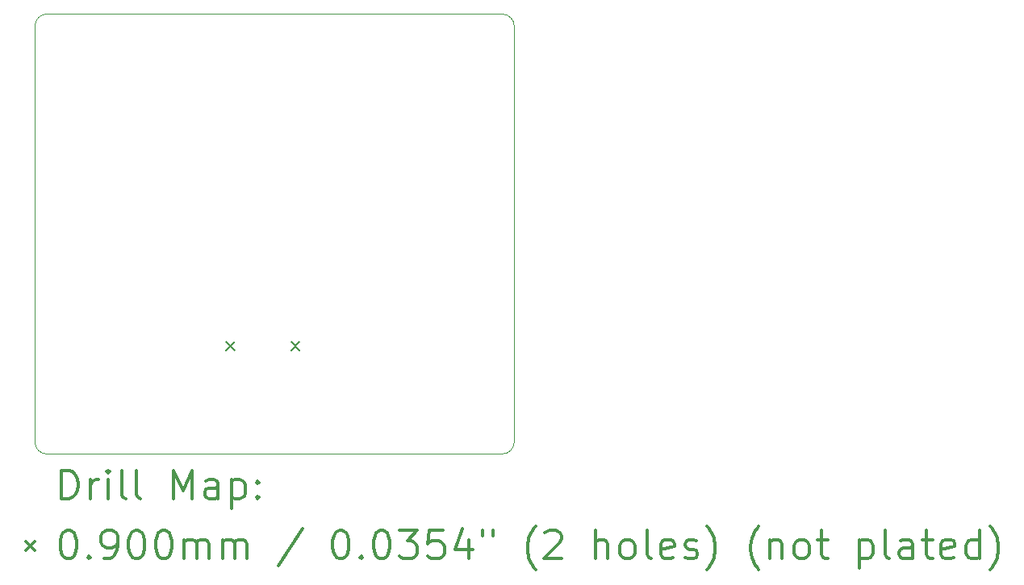
<source format=gbr>
%FSLAX45Y45*%
G04 Gerber Fmt 4.5, Leading zero omitted, Abs format (unit mm)*
G04 Created by KiCad (PCBNEW 5.1.10) date 2021-07-04 17:42:56*
%MOMM*%
%LPD*%
G01*
G04 APERTURE LIST*
%TA.AperFunction,Profile*%
%ADD10C,0.100000*%
%TD*%
%ADD11C,0.200000*%
%ADD12C,0.300000*%
G04 APERTURE END LIST*
D10*
X17043400Y-7569200D02*
G75*
G02*
X17170400Y-7696200I0J-127000D01*
G01*
X17170400Y-12065000D02*
G75*
G02*
X17043400Y-12192000I-127000J0D01*
G01*
X12268200Y-12192000D02*
G75*
G02*
X12141200Y-12065000I0J127000D01*
G01*
X12141200Y-7696200D02*
G75*
G02*
X12268200Y-7569200I127000J0D01*
G01*
X17170400Y-7696200D02*
X17170400Y-12065000D01*
X12268200Y-7569200D02*
X17043400Y-7569200D01*
X12141200Y-12065000D02*
X12141200Y-7696200D01*
X17043400Y-12192000D02*
X12268200Y-12192000D01*
D11*
X14147900Y-11012700D02*
X14237900Y-11102700D01*
X14237900Y-11012700D02*
X14147900Y-11102700D01*
X14827900Y-11012700D02*
X14917900Y-11102700D01*
X14917900Y-11012700D02*
X14827900Y-11102700D01*
D12*
X12422628Y-12662714D02*
X12422628Y-12362714D01*
X12494057Y-12362714D01*
X12536914Y-12377000D01*
X12565486Y-12405571D01*
X12579771Y-12434143D01*
X12594057Y-12491286D01*
X12594057Y-12534143D01*
X12579771Y-12591286D01*
X12565486Y-12619857D01*
X12536914Y-12648429D01*
X12494057Y-12662714D01*
X12422628Y-12662714D01*
X12722628Y-12662714D02*
X12722628Y-12462714D01*
X12722628Y-12519857D02*
X12736914Y-12491286D01*
X12751200Y-12477000D01*
X12779771Y-12462714D01*
X12808343Y-12462714D01*
X12908343Y-12662714D02*
X12908343Y-12462714D01*
X12908343Y-12362714D02*
X12894057Y-12377000D01*
X12908343Y-12391286D01*
X12922628Y-12377000D01*
X12908343Y-12362714D01*
X12908343Y-12391286D01*
X13094057Y-12662714D02*
X13065486Y-12648429D01*
X13051200Y-12619857D01*
X13051200Y-12362714D01*
X13251200Y-12662714D02*
X13222628Y-12648429D01*
X13208343Y-12619857D01*
X13208343Y-12362714D01*
X13594057Y-12662714D02*
X13594057Y-12362714D01*
X13694057Y-12577000D01*
X13794057Y-12362714D01*
X13794057Y-12662714D01*
X14065486Y-12662714D02*
X14065486Y-12505571D01*
X14051200Y-12477000D01*
X14022628Y-12462714D01*
X13965486Y-12462714D01*
X13936914Y-12477000D01*
X14065486Y-12648429D02*
X14036914Y-12662714D01*
X13965486Y-12662714D01*
X13936914Y-12648429D01*
X13922628Y-12619857D01*
X13922628Y-12591286D01*
X13936914Y-12562714D01*
X13965486Y-12548429D01*
X14036914Y-12548429D01*
X14065486Y-12534143D01*
X14208343Y-12462714D02*
X14208343Y-12762714D01*
X14208343Y-12477000D02*
X14236914Y-12462714D01*
X14294057Y-12462714D01*
X14322628Y-12477000D01*
X14336914Y-12491286D01*
X14351200Y-12519857D01*
X14351200Y-12605571D01*
X14336914Y-12634143D01*
X14322628Y-12648429D01*
X14294057Y-12662714D01*
X14236914Y-12662714D01*
X14208343Y-12648429D01*
X14479771Y-12634143D02*
X14494057Y-12648429D01*
X14479771Y-12662714D01*
X14465486Y-12648429D01*
X14479771Y-12634143D01*
X14479771Y-12662714D01*
X14479771Y-12477000D02*
X14494057Y-12491286D01*
X14479771Y-12505571D01*
X14465486Y-12491286D01*
X14479771Y-12477000D01*
X14479771Y-12505571D01*
X12046200Y-13112000D02*
X12136200Y-13202000D01*
X12136200Y-13112000D02*
X12046200Y-13202000D01*
X12479771Y-12992714D02*
X12508343Y-12992714D01*
X12536914Y-13007000D01*
X12551200Y-13021286D01*
X12565486Y-13049857D01*
X12579771Y-13107000D01*
X12579771Y-13178429D01*
X12565486Y-13235571D01*
X12551200Y-13264143D01*
X12536914Y-13278429D01*
X12508343Y-13292714D01*
X12479771Y-13292714D01*
X12451200Y-13278429D01*
X12436914Y-13264143D01*
X12422628Y-13235571D01*
X12408343Y-13178429D01*
X12408343Y-13107000D01*
X12422628Y-13049857D01*
X12436914Y-13021286D01*
X12451200Y-13007000D01*
X12479771Y-12992714D01*
X12708343Y-13264143D02*
X12722628Y-13278429D01*
X12708343Y-13292714D01*
X12694057Y-13278429D01*
X12708343Y-13264143D01*
X12708343Y-13292714D01*
X12865486Y-13292714D02*
X12922628Y-13292714D01*
X12951200Y-13278429D01*
X12965486Y-13264143D01*
X12994057Y-13221286D01*
X13008343Y-13164143D01*
X13008343Y-13049857D01*
X12994057Y-13021286D01*
X12979771Y-13007000D01*
X12951200Y-12992714D01*
X12894057Y-12992714D01*
X12865486Y-13007000D01*
X12851200Y-13021286D01*
X12836914Y-13049857D01*
X12836914Y-13121286D01*
X12851200Y-13149857D01*
X12865486Y-13164143D01*
X12894057Y-13178429D01*
X12951200Y-13178429D01*
X12979771Y-13164143D01*
X12994057Y-13149857D01*
X13008343Y-13121286D01*
X13194057Y-12992714D02*
X13222628Y-12992714D01*
X13251200Y-13007000D01*
X13265486Y-13021286D01*
X13279771Y-13049857D01*
X13294057Y-13107000D01*
X13294057Y-13178429D01*
X13279771Y-13235571D01*
X13265486Y-13264143D01*
X13251200Y-13278429D01*
X13222628Y-13292714D01*
X13194057Y-13292714D01*
X13165486Y-13278429D01*
X13151200Y-13264143D01*
X13136914Y-13235571D01*
X13122628Y-13178429D01*
X13122628Y-13107000D01*
X13136914Y-13049857D01*
X13151200Y-13021286D01*
X13165486Y-13007000D01*
X13194057Y-12992714D01*
X13479771Y-12992714D02*
X13508343Y-12992714D01*
X13536914Y-13007000D01*
X13551200Y-13021286D01*
X13565486Y-13049857D01*
X13579771Y-13107000D01*
X13579771Y-13178429D01*
X13565486Y-13235571D01*
X13551200Y-13264143D01*
X13536914Y-13278429D01*
X13508343Y-13292714D01*
X13479771Y-13292714D01*
X13451200Y-13278429D01*
X13436914Y-13264143D01*
X13422628Y-13235571D01*
X13408343Y-13178429D01*
X13408343Y-13107000D01*
X13422628Y-13049857D01*
X13436914Y-13021286D01*
X13451200Y-13007000D01*
X13479771Y-12992714D01*
X13708343Y-13292714D02*
X13708343Y-13092714D01*
X13708343Y-13121286D02*
X13722628Y-13107000D01*
X13751200Y-13092714D01*
X13794057Y-13092714D01*
X13822628Y-13107000D01*
X13836914Y-13135571D01*
X13836914Y-13292714D01*
X13836914Y-13135571D02*
X13851200Y-13107000D01*
X13879771Y-13092714D01*
X13922628Y-13092714D01*
X13951200Y-13107000D01*
X13965486Y-13135571D01*
X13965486Y-13292714D01*
X14108343Y-13292714D02*
X14108343Y-13092714D01*
X14108343Y-13121286D02*
X14122628Y-13107000D01*
X14151200Y-13092714D01*
X14194057Y-13092714D01*
X14222628Y-13107000D01*
X14236914Y-13135571D01*
X14236914Y-13292714D01*
X14236914Y-13135571D02*
X14251200Y-13107000D01*
X14279771Y-13092714D01*
X14322628Y-13092714D01*
X14351200Y-13107000D01*
X14365486Y-13135571D01*
X14365486Y-13292714D01*
X14951200Y-12978429D02*
X14694057Y-13364143D01*
X15336914Y-12992714D02*
X15365486Y-12992714D01*
X15394057Y-13007000D01*
X15408343Y-13021286D01*
X15422628Y-13049857D01*
X15436914Y-13107000D01*
X15436914Y-13178429D01*
X15422628Y-13235571D01*
X15408343Y-13264143D01*
X15394057Y-13278429D01*
X15365486Y-13292714D01*
X15336914Y-13292714D01*
X15308343Y-13278429D01*
X15294057Y-13264143D01*
X15279771Y-13235571D01*
X15265486Y-13178429D01*
X15265486Y-13107000D01*
X15279771Y-13049857D01*
X15294057Y-13021286D01*
X15308343Y-13007000D01*
X15336914Y-12992714D01*
X15565486Y-13264143D02*
X15579771Y-13278429D01*
X15565486Y-13292714D01*
X15551200Y-13278429D01*
X15565486Y-13264143D01*
X15565486Y-13292714D01*
X15765486Y-12992714D02*
X15794057Y-12992714D01*
X15822628Y-13007000D01*
X15836914Y-13021286D01*
X15851200Y-13049857D01*
X15865486Y-13107000D01*
X15865486Y-13178429D01*
X15851200Y-13235571D01*
X15836914Y-13264143D01*
X15822628Y-13278429D01*
X15794057Y-13292714D01*
X15765486Y-13292714D01*
X15736914Y-13278429D01*
X15722628Y-13264143D01*
X15708343Y-13235571D01*
X15694057Y-13178429D01*
X15694057Y-13107000D01*
X15708343Y-13049857D01*
X15722628Y-13021286D01*
X15736914Y-13007000D01*
X15765486Y-12992714D01*
X15965486Y-12992714D02*
X16151200Y-12992714D01*
X16051200Y-13107000D01*
X16094057Y-13107000D01*
X16122628Y-13121286D01*
X16136914Y-13135571D01*
X16151200Y-13164143D01*
X16151200Y-13235571D01*
X16136914Y-13264143D01*
X16122628Y-13278429D01*
X16094057Y-13292714D01*
X16008343Y-13292714D01*
X15979771Y-13278429D01*
X15965486Y-13264143D01*
X16422628Y-12992714D02*
X16279771Y-12992714D01*
X16265486Y-13135571D01*
X16279771Y-13121286D01*
X16308343Y-13107000D01*
X16379771Y-13107000D01*
X16408343Y-13121286D01*
X16422628Y-13135571D01*
X16436914Y-13164143D01*
X16436914Y-13235571D01*
X16422628Y-13264143D01*
X16408343Y-13278429D01*
X16379771Y-13292714D01*
X16308343Y-13292714D01*
X16279771Y-13278429D01*
X16265486Y-13264143D01*
X16694057Y-13092714D02*
X16694057Y-13292714D01*
X16622628Y-12978429D02*
X16551200Y-13192714D01*
X16736914Y-13192714D01*
X16836914Y-12992714D02*
X16836914Y-13049857D01*
X16951200Y-12992714D02*
X16951200Y-13049857D01*
X17394057Y-13407000D02*
X17379771Y-13392714D01*
X17351200Y-13349857D01*
X17336914Y-13321286D01*
X17322628Y-13278429D01*
X17308343Y-13207000D01*
X17308343Y-13149857D01*
X17322628Y-13078429D01*
X17336914Y-13035571D01*
X17351200Y-13007000D01*
X17379771Y-12964143D01*
X17394057Y-12949857D01*
X17494057Y-13021286D02*
X17508343Y-13007000D01*
X17536914Y-12992714D01*
X17608343Y-12992714D01*
X17636914Y-13007000D01*
X17651200Y-13021286D01*
X17665486Y-13049857D01*
X17665486Y-13078429D01*
X17651200Y-13121286D01*
X17479771Y-13292714D01*
X17665486Y-13292714D01*
X18022628Y-13292714D02*
X18022628Y-12992714D01*
X18151200Y-13292714D02*
X18151200Y-13135571D01*
X18136914Y-13107000D01*
X18108343Y-13092714D01*
X18065486Y-13092714D01*
X18036914Y-13107000D01*
X18022628Y-13121286D01*
X18336914Y-13292714D02*
X18308343Y-13278429D01*
X18294057Y-13264143D01*
X18279771Y-13235571D01*
X18279771Y-13149857D01*
X18294057Y-13121286D01*
X18308343Y-13107000D01*
X18336914Y-13092714D01*
X18379771Y-13092714D01*
X18408343Y-13107000D01*
X18422628Y-13121286D01*
X18436914Y-13149857D01*
X18436914Y-13235571D01*
X18422628Y-13264143D01*
X18408343Y-13278429D01*
X18379771Y-13292714D01*
X18336914Y-13292714D01*
X18608343Y-13292714D02*
X18579771Y-13278429D01*
X18565486Y-13249857D01*
X18565486Y-12992714D01*
X18836914Y-13278429D02*
X18808343Y-13292714D01*
X18751200Y-13292714D01*
X18722628Y-13278429D01*
X18708343Y-13249857D01*
X18708343Y-13135571D01*
X18722628Y-13107000D01*
X18751200Y-13092714D01*
X18808343Y-13092714D01*
X18836914Y-13107000D01*
X18851200Y-13135571D01*
X18851200Y-13164143D01*
X18708343Y-13192714D01*
X18965486Y-13278429D02*
X18994057Y-13292714D01*
X19051200Y-13292714D01*
X19079771Y-13278429D01*
X19094057Y-13249857D01*
X19094057Y-13235571D01*
X19079771Y-13207000D01*
X19051200Y-13192714D01*
X19008343Y-13192714D01*
X18979771Y-13178429D01*
X18965486Y-13149857D01*
X18965486Y-13135571D01*
X18979771Y-13107000D01*
X19008343Y-13092714D01*
X19051200Y-13092714D01*
X19079771Y-13107000D01*
X19194057Y-13407000D02*
X19208343Y-13392714D01*
X19236914Y-13349857D01*
X19251200Y-13321286D01*
X19265486Y-13278429D01*
X19279771Y-13207000D01*
X19279771Y-13149857D01*
X19265486Y-13078429D01*
X19251200Y-13035571D01*
X19236914Y-13007000D01*
X19208343Y-12964143D01*
X19194057Y-12949857D01*
X19736914Y-13407000D02*
X19722628Y-13392714D01*
X19694057Y-13349857D01*
X19679771Y-13321286D01*
X19665486Y-13278429D01*
X19651200Y-13207000D01*
X19651200Y-13149857D01*
X19665486Y-13078429D01*
X19679771Y-13035571D01*
X19694057Y-13007000D01*
X19722628Y-12964143D01*
X19736914Y-12949857D01*
X19851200Y-13092714D02*
X19851200Y-13292714D01*
X19851200Y-13121286D02*
X19865486Y-13107000D01*
X19894057Y-13092714D01*
X19936914Y-13092714D01*
X19965486Y-13107000D01*
X19979771Y-13135571D01*
X19979771Y-13292714D01*
X20165486Y-13292714D02*
X20136914Y-13278429D01*
X20122628Y-13264143D01*
X20108343Y-13235571D01*
X20108343Y-13149857D01*
X20122628Y-13121286D01*
X20136914Y-13107000D01*
X20165486Y-13092714D01*
X20208343Y-13092714D01*
X20236914Y-13107000D01*
X20251200Y-13121286D01*
X20265486Y-13149857D01*
X20265486Y-13235571D01*
X20251200Y-13264143D01*
X20236914Y-13278429D01*
X20208343Y-13292714D01*
X20165486Y-13292714D01*
X20351200Y-13092714D02*
X20465486Y-13092714D01*
X20394057Y-12992714D02*
X20394057Y-13249857D01*
X20408343Y-13278429D01*
X20436914Y-13292714D01*
X20465486Y-13292714D01*
X20794057Y-13092714D02*
X20794057Y-13392714D01*
X20794057Y-13107000D02*
X20822628Y-13092714D01*
X20879771Y-13092714D01*
X20908343Y-13107000D01*
X20922628Y-13121286D01*
X20936914Y-13149857D01*
X20936914Y-13235571D01*
X20922628Y-13264143D01*
X20908343Y-13278429D01*
X20879771Y-13292714D01*
X20822628Y-13292714D01*
X20794057Y-13278429D01*
X21108343Y-13292714D02*
X21079771Y-13278429D01*
X21065486Y-13249857D01*
X21065486Y-12992714D01*
X21351200Y-13292714D02*
X21351200Y-13135571D01*
X21336914Y-13107000D01*
X21308343Y-13092714D01*
X21251200Y-13092714D01*
X21222628Y-13107000D01*
X21351200Y-13278429D02*
X21322628Y-13292714D01*
X21251200Y-13292714D01*
X21222628Y-13278429D01*
X21208343Y-13249857D01*
X21208343Y-13221286D01*
X21222628Y-13192714D01*
X21251200Y-13178429D01*
X21322628Y-13178429D01*
X21351200Y-13164143D01*
X21451200Y-13092714D02*
X21565486Y-13092714D01*
X21494057Y-12992714D02*
X21494057Y-13249857D01*
X21508343Y-13278429D01*
X21536914Y-13292714D01*
X21565486Y-13292714D01*
X21779771Y-13278429D02*
X21751200Y-13292714D01*
X21694057Y-13292714D01*
X21665486Y-13278429D01*
X21651200Y-13249857D01*
X21651200Y-13135571D01*
X21665486Y-13107000D01*
X21694057Y-13092714D01*
X21751200Y-13092714D01*
X21779771Y-13107000D01*
X21794057Y-13135571D01*
X21794057Y-13164143D01*
X21651200Y-13192714D01*
X22051200Y-13292714D02*
X22051200Y-12992714D01*
X22051200Y-13278429D02*
X22022628Y-13292714D01*
X21965486Y-13292714D01*
X21936914Y-13278429D01*
X21922628Y-13264143D01*
X21908343Y-13235571D01*
X21908343Y-13149857D01*
X21922628Y-13121286D01*
X21936914Y-13107000D01*
X21965486Y-13092714D01*
X22022628Y-13092714D01*
X22051200Y-13107000D01*
X22165486Y-13407000D02*
X22179771Y-13392714D01*
X22208343Y-13349857D01*
X22222628Y-13321286D01*
X22236914Y-13278429D01*
X22251200Y-13207000D01*
X22251200Y-13149857D01*
X22236914Y-13078429D01*
X22222628Y-13035571D01*
X22208343Y-13007000D01*
X22179771Y-12964143D01*
X22165486Y-12949857D01*
M02*

</source>
